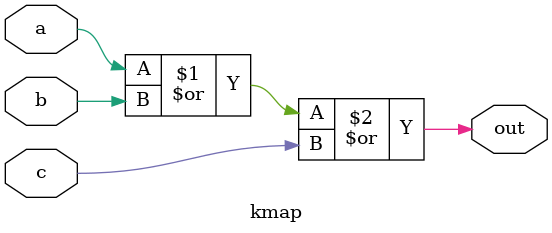
<source format=v>
module kmap(input a,input b,input c,output out);
  assign out = a|b|c;
endmodule
</source>
